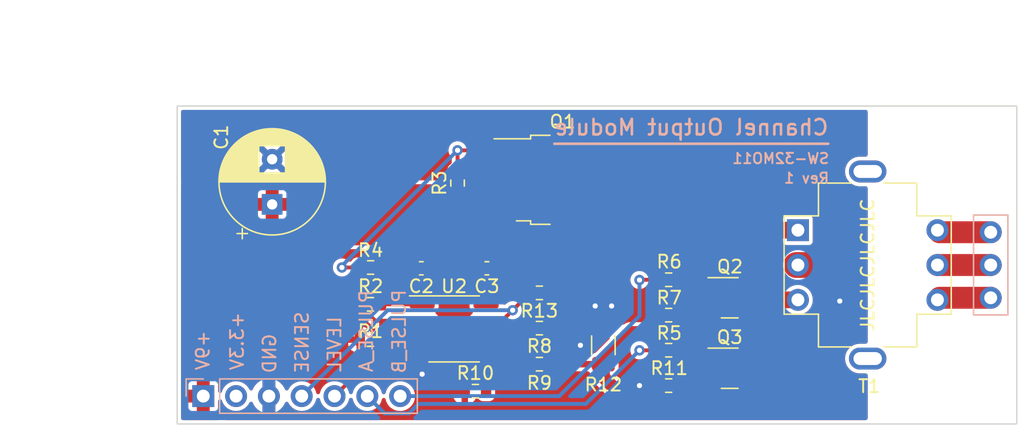
<source format=kicad_pcb>
(kicad_pcb (version 20211014) (generator pcbnew)
  (layers (0 "F.Cu" signal) (31 "B.Cu" signal) (34 "B.Paste" user) (35 "F.Paste" user) (36 "B.SilkS" user "B.Silkscreen") (37 "F.SilkS" user "F.Silkscreen") (38 "B.Mask" user) (39 "F.Mask" user) (44 "Edge.Cuts" user))
  (net 0 "")
  (net 1 "+9V")
  (net 2 "GND")
  (net 3 "Net-(Q1-Pad1)")
  (net 4 "Net-(Q2-Pad3)")
  (net 5 "Net-(Q3-Pad3)")
  (net 6 "Net-(R2-Pad1)")
  (net 7 "/I_SENSE")
  (net 8 "/I_LIMIT")
  (net 9 "/PULSE_A")
  (net 10 "/PULSE_B")
  (net 11 "Net-(R1-Pad1)")
  (net 12 "Net-(R13-Pad1)")
  (net 13 "Net-(R10-Pad1)")
  (net 14 "/OUTB")
  (net 15 "/OUTM")
  (net 16 "/OUTA")
  (net 17 "/V_SHUNT_N")
  (net 18 "Net-(Q2-Pad1)")
  (net 19 "/V_SHUNT_P")
  (net 20 "Net-(Q3-Pad1)")
  (net 22 "/PULSE_SRC")
  (footprint "Package_TO_SOT_SMD:SOT-23" (layer "F.Cu") (at 129.654 83.82)
    (fp_text reference "Q2" (at 0.013 -2.413 180) (layer "F.SilkS"))
    (fp_text value "DMG3404L-7")
    (fp_line (start 0 1.56) (end 0.65 1.56) (layer "F.SilkS") (width 0.12))
    (fp_line (start 0 -1.56) (end 0.65 -1.56) (layer "F.SilkS") (width 0.12))
    (fp_line (start 0 -1.56) (end -1.675 -1.56) (layer "F.SilkS") (width 0.12))
    (fp_line (start 0 1.56) (end -0.65 1.56) (layer "F.SilkS") (width 0.12))
    (pad "1" smd roundrect locked (at -0.9375 -0.95) (size 1.475 0.6) (layers "F.Cu" "F.Paste" "F.Mask") (net 18 "Net-(Q2-Pad1)"))
    (pad "2" smd roundrect locked (at -0.9375 0.95) (size 1.475 0.6) (layers "F.Cu" "F.Paste" "F.Mask") (net 19 "/V_SHUNT_P"))
    (pad "3" smd roundrect locked (at 0.9375 0) (size 1.475 0.6) (layers "F.Cu" "F.Paste" "F.Mask") (net 4 "Net-(Q2-Pad3)"))
  )
  (footprint "Resistor_SMD:R_0603_1608Metric" (layer "F.Cu") (at 124.92993 90.625314 180)
    (fp_text reference "R11" (at -0.03864 1.344314) (layer "F.SilkS"))
    (fp_text value "10K")
    (fp_line (start -0.237258 -0.5225) (end 0.237258 -0.5225) (layer "F.SilkS") (width 0.12))
    (fp_line (start -0.237258 0.5225) (end 0.237258 0.5225) (layer "F.SilkS") (width 0.12))
    (pad "1" smd roundrect locked (at -0.825 0 180) (size 0.8 0.95) (layers "F.Cu" "F.Paste" "F.Mask") (net 20 "Net-(Q3-Pad1)"))
    (pad "2" smd roundrect locked (at 0.825 0 180) (size 0.8 0.95) (layers "F.Cu" "F.Paste" "F.Mask") (net 2 "GND"))
  )
  (footprint "Capacitor_SMD:C_0603_1608Metric" (layer "F.Cu") (at 105.778 81.534 180)
    (fp_text reference "C2" (at 0 -1.397 180) (layer "F.SilkS"))
    (fp_text value "0.1uF")
    (fp_line (start -0.14058 0.51) (end 0.14058 0.51) (layer "F.SilkS") (width 0.12))
    (fp_line (start -0.14058 -0.51) (end 0.14058 -0.51) (layer "F.SilkS") (width 0.12))
    (pad "1" smd roundrect locked (at -0.775 0 180) (size 0.9 0.95) (layers "F.Cu" "F.Paste" "F.Mask") (net 1 "+9V"))
    (pad "2" smd roundrect locked (at 0.775 0 180) (size 0.9 0.95) (layers "F.Cu" "F.Paste" "F.Mask") (net 2 "GND"))
  )
  (footprint "NetTie:NetTie-2_SMD_Pad0.5mm" (layer "F.Cu") (at 117.589 86.1715)
    (fp_text reference "NT1" hide)
    (fp_text value "NetTie_2" hide)
    (fp_poly (pts (xy -0.5 -0.25) (xy 0.5 -0.25) (xy 0.5 0.25) (xy -0.5 0.25)) (layer "F.Cu") (width 0) (fill solid))
    (pad "1" smd circle locked (at -0.5 0) (size 0.5 0.5) (layers "F.Cu") (net 17 "/V_SHUNT_N"))
    (pad "2" smd circle locked (at 0.5 0) (size 0.5 0.5) (layers "F.Cu") (net 2 "GND"))
  )
  (footprint "Resistor_SMD:R_0603_1608Metric" (layer "F.Cu") (at 101.841 87.0605 180)
    (fp_text reference "R1" (at 0 0.642075 180) (layer "F.SilkS"))
    (fp_text value "10k")
    (fp_line (start -0.237258 -0.5225) (end 0.237258 -0.5225) (layer "F.SilkS") (width 0.12))
    (fp_line (start -0.237258 0.5225) (end 0.237258 0.5225) (layer "F.SilkS") (width 0.12))
    (pad "1" smd roundrect locked (at -0.825 0 180) (size 0.8 0.95) (layers "F.Cu" "F.Paste" "F.Mask") (net 11 "Net-(R1-Pad1)"))
    (pad "2" smd roundrect locked (at 0.825 0 180) (size 0.8 0.95) (layers "F.Cu" "F.Paste" "F.Mask") (net 2 "GND"))
  )
  (footprint "Capacitor_THT:CP_Radial_D8.0mm_P3.50mm" (layer "F.Cu") (at 94.234 76.582651 90)
    (fp_text reference "C1" (at 5.207 -3.937 90) (layer "F.SilkS"))
    (fp_text value "470uF")
    (fp_line (start 2.591 -3.994) (end 2.591 -1.04) (layer "F.SilkS") (width 0.12))
    (fp_line (start 3.191 -3.821) (end 3.191 -1.04) (layer "F.SilkS") (width 0.12))
    (fp_line (start 5.471 -1.731) (end 5.471 1.731) (layer "F.SilkS") (width 0.12))
    (fp_line (start 4.591 -2.945) (end 4.591 2.945) (layer "F.SilkS") (width 0.12))
    (fp_line (start 2.791 1.04) (end 2.791 3.947) (layer "F.SilkS") (width 0.12))
    (fp_line (start 4.351 -3.156) (end 4.351 -1.04) (layer "F.SilkS") (width 0.12))
    (fp_line (start 2.27 -4.048) (end 2.27 4.048) (layer "F.SilkS") (width 0.12))
    (fp_line (start 4.231 -3.25) (end 4.231 -1.04) (layer "F.SilkS") (width 0.12))
    (fp_line (start 4.511 1.04) (end 4.511 3.019) (layer "F.SilkS") (width 0.12))
    (fp_line (start 3.991 1.04) (end 3.991 3.418) (layer "F.SilkS") (width 0.12))
    (fp_line (start 4.631 -2.907) (end 4.631 2.907) (layer "F.SilkS") (width 0.12))
    (fp_line (start 2.15 -4.061) (end 2.15 4.061) (layer "F.SilkS") (width 0.12))
    (fp_line (start 3.871 1.04) (end 3.871 3.493) (layer "F.SilkS") (width 0.12))
    (fp_line (start 3.351 1.04) (end 3.351 3.757) (layer "F.SilkS") (width 0.12))
    (fp_line (start 5.551 -1.552) (end 5.551 1.552) (layer "F.SilkS") (width 0.12))
    (fp_line (start 5.231 -2.166) (end 5.231 2.166) (layer "F.SilkS") (width 0.12))
    (fp_line (start 3.391 -3.74) (end 3.391 -1.04) (layer "F.SilkS") (width 0.12))
    (fp_line (start 4.071 1.04) (end 4.071 3.365) (layer "F.SilkS") (width 0.12))
    (fp_line (start 5.631 -1.346) (end 5.631 1.346) (layer "F.SilkS") (width 0.12))
    (fp_line (start 3.711 -3.584) (end 3.711 -1.04) (layer "F.SilkS") (width 0.12))
    (fp_line (start 4.191 1.04) (end 4.191 3.28) (layer "F.SilkS") (width 0.12))
    (fp_line (start 4.831 -2.697) (end 4.831 2.697) (layer "F.SilkS") (width 0.12))
    (fp_line (start 4.311 -3.189) (end 4.311 -1.04) (layer "F.SilkS") (width 0.12))
    (fp_line (start 3.191 1.04) (end 3.191 3.821) (layer "F.SilkS") (width 0.12))
    (fp_line (start 5.271 -2.102) (end 5.271 2.102) (layer "F.SilkS") (width 0.12))
    (fp_line (start 2.19 -4.057) (end 2.19 4.057) (layer "F.SilkS") (width 0.12))
    (fp_line (start 4.511 -3.019) (end 4.511 -1.04) (layer "F.SilkS") (width 0.12))
    (fp_line (start 4.111 -3.338) (end 4.111 -1.04) (layer "F.SilkS") (width 0.12))
    (fp_line (start 3.791 -3.54) (end 3.791 -1.04) (layer "F.SilkS") (width 0.12))
    (fp_line (start 4.671 -2.867) (end 4.671 2.867) (layer "F.SilkS") (width 0.12))
    (fp_line (start 2.551 1.04) (end 2.551 4.002) (layer "F.SilkS") (width 0.12))
    (fp_line (start 3.311 -3.774) (end 3.311 -1.04) (layer "F.SilkS") (width 0.12))
    (fp_line (start 4.471 -3.055) (end 4.471 -1.04) (layer "F.SilkS") (width 0.12))
    (fp_line (start 3.831 -3.517) (end 3.831 -1.04) (layer "F.SilkS") (width 0.12))
    (fp_line (start 4.471 1.04) (end 4.471 3.055) (layer "F.SilkS") (width 0.12))
    (fp_line (start 3.271 -3.79) (end 3.271 -1.04) (layer "F.SilkS") (width 0.12))
    (fp_line (start 5.791 -0.768) (end 5.791 0.768) (layer "F.SilkS") (width 0.12))
    (fp_line (start 3.671 -3.606) (end 3.671 -1.04) (layer "F.SilkS") (width 0.12))
    (fp_line (start 2.791 -3.947) (end 2.791 -1.04) (layer "F.SilkS") (width 0.12))
    (fp_line (start 3.031 1.04) (end 3.031 3.877) (layer "F.SilkS") (width 0.12))
    (fp_line (start 5.391 -1.89) (end 5.391 1.89) (layer "F.SilkS") (width 0.12))
    (fp_line (start 1.91 -4.077) (end 1.91 4.077) (layer "F.SilkS") (width 0.12))
    (fp_line (start 3.551 -3.666) (end 3.551 -1.04) (layer "F.SilkS") (width 0.12))
    (fp_line (start 4.231 1.04) (end 4.231 3.25) (layer "F.SilkS") (width 0.12))
    (fp_line (start 3.271 1.04) (end 3.271 3.79) (layer "F.SilkS") (width 0.12))
    (fp_line (start 2.03 -4.071) (end 2.03 4.071) (layer "F.SilkS") (width 0.12))
    (fp_line (start 3.791 1.04) (end 3.791 3.54) (layer "F.SilkS") (width 0.12))
    (fp_line (start 3.471 1.04) (end 3.471 3.704) (layer "F.SilkS") (width 0.12))
    (fp_line (start 4.431 1.04) (end 4.431 3.09) (layer "F.SilkS") (width 0.12))
    (fp_line (start 3.511 -3.686) (end 3.511 -1.04) (layer "F.SilkS") (width 0.12))
    (fp_line (start 1.75 -4.08) (end 1.75 4.08) (layer "F.SilkS") (width 0.12))
    (fp_line (start 3.911 -3.469) (end 3.911 -1.04) (layer "F.SilkS") (width 0.12))
    (fp_line (start 2.551 -4.002) (end 2.551 -1.04) (layer "F.SilkS") (width 0.12))
    (fp_line (start 5.151 -2.287) (end 5.151 2.287) (layer "F.SilkS") (width 0.12))
    (fp_line (start 5.751 -0.948) (end 5.751 0.948) (layer "F.SilkS") (width 0.12))
    (fp_line (start 3.071 -3.863) (end 3.071 -1.04) (layer "F.SilkS") (width 0.12))
    (fp_line (start 2.11 -4.065) (end 2.11 4.065) (layer "F.SilkS") (width 0.12))
    (fp_line (start 2.991 1.04) (end 2.991 3.889) (layer "F.SilkS") (width 0.12))
    (fp_line (start 3.391 1.04) (end 3.391 3.74) (layer "F.SilkS") (width 0.12))
    (fp_line (start 4.991 -2.505) (end 4.991 2.505) (layer "F.SilkS") (width 0.12))
    (fp_line (start 3.951 1.04) (end 3.951 3.444) (layer "F.SilkS") (width 0.12))
    (fp_line (start 4.031 -3.392) (end 4.031 -1.04) (layer "F.SilkS") (width 0.12))
    (fp_line (start 3.111 1.04) (end 3.111 3.85) (layer "F.SilkS") (width 0.12))
    (fp_line (start 5.591 -1.453) (end 5.591 1.453) (layer "F.SilkS") (width 0.12))
    (fp_line (start 3.231 -3.805) (end 3.231 -1.04) (layer "F.SilkS") (width 0.12))
    (fp_line (start 5.311 -2.034) (end 5.311 2.034) (layer "F.SilkS") (width 0.12))
    (fp_line (start 3.431 1.04) (end 3.431 3.722) (layer "F.SilkS") (width 0.12))
    (fp_line (start 1.79 -4.08) (end 1.79 4.08) (layer "F.SilkS") (width 0.12))
    (fp_line (start 4.391 1.04) (end 4.391 3.124) (layer "F.SilkS") (width 0.12))
    (fp_line (start 3.711 1.04) (end 3.711 3.584) (layer "F.SilkS") (width 0.12))
    (fp_line (start 3.591 -3.647) (end 3.591 -1.04) (layer "F.SilkS") (width 0.12))
    (fp_line (start 5.351 -1.964) (end 5.351 1.964) (layer "F.SilkS") (width 0.12))
    (fp_line (start 2.23 -4.052) (end 2.23 4.052) (layer "F.SilkS") (width 0.12))
    (fp_line (start 2.671 1.04) (end 2.671 3.976) (layer "F.SilkS") (width 0.12))
    (fp_line (start 3.751 -3.562) (end 3.751 -1.04) (layer "F.SilkS") (width 0.12))
    (fp_line (start 5.431 -1.813) (end 5.431 1.813) (layer "F.SilkS") (width 0.12))
    (fp_line (start 2.35 -4.037) (end 2.35 4.037) (layer "F.SilkS") (width 0.12))
    (fp_line (start 2.511 -4.01) (end 2.511 -1.04) (layer "F.SilkS") (width 0.12))
    (fp_line (start 5.711 -1.098) (end 5.711 1.098) (layer "F.SilkS") (width 0.12))
    (fp_line (start 1.87 -4.079) (end 1.87 4.079) (layer "F.SilkS") (width 0.12))
    (fp_line (start 2.511 1.04) (end 2.511 4.01) (layer "F.SilkS") (width 0.12))
    (fp_line (start 5.111 -2.345) (end 5.111 2.345) (layer "F.SilkS") (width 0.12))
    (fp_line (start 3.071 1.04) (end 3.071 3.863) (layer "F.SilkS") (width 0.12))
    (fp_line (start 3.351 -3.757) (end 3.351 -1.04) (layer "F.SilkS") (width 0.12))
    (fp_line (start 2.471 -4.017) (end 2.471 -1.04) (layer "F.SilkS") (width 0.12))
    (fp_line (start 2.871 1.04) (end 2.871 3.925) (layer "F.SilkS") (width 0.12))
    (fp_line (start 3.471 -3.704) (end 3.471 -1.04) (layer "F.SilkS") (width 0.12))
    (fp_line (start 3.431 -3.722) (end 3.431 -1.04) (layer "F.SilkS") (width 0.12))
    (fp_line (start 4.191 -3.28) (end 4.191 -1.04) (layer "F.SilkS") (width 0.12))
    (fp_line (start 2.951 -3.902) (end 2.951 -1.04) (layer "F.SilkS") (width 0.12))
    (fp_line (start 3.311 1.04) (end 3.311 3.774) (layer "F.SilkS") (width 0.12))
    (fp_line (start 3.151 1.04) (end 3.151 3.835) (layer "F.SilkS") (width 0.12))
    (fp_line (start 5.511 -1.645) (end 5.511 1.645) (layer "F.SilkS") (width 0.12))
    (fp_line (start 3.031 -3.877) (end 3.031 -1.04) (layer "F.SilkS") (width 0.12))
    (fp_line (start 1.95 -4.076) (end 1.95 4.076) (layer "F.SilkS") (width 0.12))
    (fp_line (start 2.711 -3.967) (end 2.711 -1.04) (layer "F.SilkS") (width 0.12))
    (fp_line (start 5.671 -1.229) (end 5.671 1.229) (layer "F.SilkS") (width 0.12))
    (fp_line (start 2.631 1.04) (end 2.631 3.985) (layer "F.SilkS") (width 0.12))
    (fp_line (start 3.231 1.04) (end 3.231 3.805) (layer "F.SilkS") (width 0.12))
    (fp_line (start 3.551 1.04) (end 3.551 3.666) (layer "F.SilkS") (width 0.12))
    (fp_line (start 2.911 -3.914) (end 2.911 -1.04) (layer "F.SilkS") (width 0.12))
    (fp_line (start 3.511 1.04) (end 3.511 3.686) (layer "F.SilkS") (width 0.12))
    (fp_line (start 3.591 1.04) (end 3.591 3.647) (layer "F.SilkS") (width 0.12))
    (fp_line (start 5.831 -0.533) (end 5.831 0.533) (layer "F.SilkS") (width 0.12))
    (fp_line (start 2.43 -4.024) (end 2.43 4.024) (layer "F.SilkS") (width 0.12))
    (fp_line (start 3.631 -3.627) (end 3.631 -1.04) (layer "F.SilkS") (width 0.12))
    (fp_line (start 4.271 -3.22) (end 4.271 -1.04) (layer "F.SilkS") (width 0.12))
    (fp_line (start 4.951 -2.556) (end 4.951 2.556) (layer "F.SilkS") (width 0.12))
    (fp_line (start 4.271 1.04) (end 4.271 3.22) (layer "F.SilkS") (width 0.12))
    (fp_line (start 2.751 -3.957) (end 2.751 -1.04) (layer "F.SilkS") (width 0.12))
    (fp_line (start 1.83 -4.08) (end 1.83 4.08) (layer "F.SilkS") (width 0.12))
    (fp_line (start 3.631 1.04) (end 3.631 3.627) (layer "F.SilkS") (width 0.12))
    (fp_line (start 2.911 1.04) (end 2.911 3.914) (layer "F.SilkS") (width 0.12))
    (fp_line (start 1.99 -4.074) (end 1.99 4.074) (layer "F.SilkS") (width 0.12))
    (fp_line (start 4.351 1.04) (end 4.351 3.156) (layer "F.SilkS") (width 0.12))
    (fp_line (start 2.671 -3.976) (end 2.671 -1.04) (layer "F.SilkS") (width 0.12))
    (fp_line (start 4.871 -2.651) (end 4.871 2.651) (layer "F.SilkS") (width 0.12))
    (fp_line (start 2.991 -3.889) (end 2.991 -1.04) (layer "F.SilkS") (width 0.12))
    (fp_line (start 2.631 -3.985) (end 2.631 -1.04) (layer "F.SilkS") (width 0.12))
    (fp_line (start 2.471 1.04) (end 2.471 4.017) (layer "F.SilkS") (width 0.12))
    (fp_line (start 4.791 -2.741) (end 4.791 2.741) (layer "F.SilkS") (width 0.12))
    (fp_line (start 3.871 -3.493) (end 3.871 -1.04) (layer "F.SilkS") (width 0.12))
    (fp_line (start 3.951 -3.444) (end 3.951 -1.04) (layer "F.SilkS") (width 0.12))
    (fp_line (start 5.071 -2.4) (end 5.071 2.4) (layer "F.SilkS") (width 0.12))
    (fp_line (start 5.191 -2.228) (end 5.191 2.228) (layer "F.SilkS") (width 0.12))
    (fp_line (start -2.659698 -2.315) (end -1.859698 -2.315) (layer "F.SilkS") (width 0.12))
    (fp_line (start 4.711 -2.826) (end 4.711 2.826) (layer "F.SilkS") (width 0.12))
    (fp_line (start 4.911 -2.604) (end 4.911 2.604) (layer "F.SilkS") (width 0.12))
    (fp_line (start 2.831 1.04) (end 2.831 3.936) (layer "F.SilkS") (width 0.12))
    (fp_line (start 4.431 -3.09) (end 4.431 -1.04) (layer "F.SilkS") (width 0.12))
    (fp_line (start 3.991 -3.418) (end 3.991 -1.04) (layer "F.SilkS") (width 0.12))
    (fp_line (start 2.951 1.04) (end 2.951 3.902) (layer "F.SilkS") (width 0.12))
    (fp_line (start 3.111 -3.85) (end 3.111 -1.04) (layer "F.SilkS") (width 0.12))
    (fp_line (start 2.871 -3.925) (end 2.871 -1.04) (layer "F.SilkS") (width 0.12))
    (fp_line (start 4.151 1.04) (end 4.151 3.309) (layer "F.SilkS") (width 0.12))
    (fp_line (start 4.391 -3.124) (end 4.391 -1.04) (layer "F.SilkS") (width 0.12))
    (fp_line (start 2.751 1.04) (end 2.751 3.957) (layer "F.SilkS") (width 0.12))
    (fp_line (start 2.07 -4.068) (end 2.07 4.068) (layer "F.SilkS") (width 0.12))
    (fp_line (start 2.591 1.04) (end 2.591 3.994) (layer "F.SilkS") (width 0.12))
    (fp_line (start 2.31 -4.042) (end 2.31 4.042) (layer "F.SilkS") (width 0.12))
    (fp_line (start 2.831 -3.936) (end 2.831 -1.04) (layer "F.SilkS") (width 0.12))
    (fp_line (start 3.671 1.04) (end 3.671 3.606) (layer "F.SilkS") (width 0.12))
    (fp_line (start 4.031 1.04) (end 4.031 3.392) (layer "F.SilkS") (width 0.12))
    (fp_line (start 3.911 1.04) (end 3.911 3.469) (layer "F.SilkS") (width 0.12))
    (fp_line (start 3.751 1.04) (end 3.751 3.562) (layer "F.SilkS") (width 0.12))
    (fp_line (start 4.751 -2.784) (end 4.751 2.784) (layer "F.SilkS") (width 0.12))
    (fp_line (start 4.111 1.04) (end 4.111 3.338) (layer "F.SilkS") (width 0.12))
    (fp_line (start 4.071 -3.365) (end 4.071 -1.04) (layer "F.SilkS") (width 0.12))
    (fp_line (start 4.311 1.04) (end 4.311 3.189) (layer "F.SilkS") (width 0.12))
    (fp_line (start 2.711 1.04) (end 2.711 3.967) (layer "F.SilkS") (width 0.12))
    (fp_line (start 4.551 -2.983) (end 4.551 2.983) (layer "F.SilkS") (width 0.12))
    (fp_line (start 4.151 -3.309) (end 4.151 -1.04) (layer "F.SilkS") (width 0.12))
    (fp_line (start 5.031 -2.454) (end 5.031 2.454) (layer "F.SilkS") (width 0.12))
    (fp_line (start 3.831 1.04) (end 3.831 3.517) (layer "F.SilkS") (width 0.12))
    (fp_line (start -2.259698 -2.715) (end -2.259698 -1.915) (layer "F.SilkS") (width 0.12))
    (fp_line (start 2.39 -4.03) (end 2.39 4.03) (layer "F.SilkS") (width 0.12))
    (fp_line (start 3.151 -3.835) (end 3.151 -1.04) (layer "F.SilkS") (width 0.12))
    (fp_circle (center 1.75 0) (end 5.87 0) (layer "F.SilkS") (width 0.12) (fill none))
    (pad "1" thru_hole rect locked (at 0 0 90) (size 1.6 1.6) (drill 0.8) (layers *.Cu *.Mask) (net 1 "+9V"))
    (pad "2" thru_hole circle locked (at 3.5 0 90) (size 1.6 1.6) (drill 0.8) (layers *.Cu *.Mask) (net 2 "GND"))
  )
  (footprint "Resistor_SMD:R_0603_1608Metric" (layer "F.Cu") (at 101.854 81.4725 180)
    (fp_text reference "R4" (at 0 1.3355) (layer "F.SilkS"))
    (fp_text value "1K")
    (fp_line (start -0.237258 -0.5225) (end 0.237258 -0.5225) (layer "F.SilkS") (width 0.12))
    (fp_line (start -0.237258 0.5225) (end 0.237258 0.5225) (layer "F.SilkS") (width 0.12))
    (pad "1" smd roundrect locked (at -0.825 0 180) (size 0.8 0.95) (layers "F.Cu" "F.Paste" "F.Mask") (net 6 "Net-(R2-Pad1)"))
    (pad "2" smd roundrect locked (at 0.825 0 180) (size 0.8 0.95) (layers "F.Cu" "F.Paste" "F.Mask") (net 3 "Net-(Q1-Pad1)"))
  )
  (footprint "Resistor_SMD:R_0603_1608Metric" (layer "F.Cu") (at 108.585 74.93 -90)
    (fp_text reference "R3" (at 0 1.397 90) (layer "F.SilkS"))
    (fp_text value "3K")
    (fp_line (start -0.237258 -0.5225) (end 0.237258 -0.5225) (layer "F.SilkS") (width 0.12))
    (fp_line (start -0.237258 0.5225) (end 0.237258 0.5225) (layer "F.SilkS") (width 0.12))
    (pad "1" smd roundrect locked (at -0.825 0 270) (size 0.8 0.95) (layers "F.Cu" "F.Paste" "F.Mask") (net 3 "Net-(Q1-Pad1)"))
    (pad "2" smd roundrect locked (at 0.825 0 270) (size 0.8 0.95) (layers "F.Cu" "F.Paste" "F.Mask") (net 1 "+9V"))
  )
  (footprint "Resistor_SMD:R_1206_3216Metric" (layer "F.Cu") (at 119.875 87.503 90)
    (fp_text reference "R12" (at -3.048 0 180) (layer "F.SilkS"))
    (fp_text value "0.1")
    (fp_line (start -0.727064 -0.91) (end 0.727064 -0.91) (layer "F.SilkS") (width 0.12))
    (fp_line (start -0.727064 0.91) (end 0.727064 0.91) (layer "F.SilkS") (width 0.12))
    (pad "1" smd roundrect locked (at -1.4625 0 90) (size 1.125 1.75) (layers "F.Cu" "F.Paste" "F.Mask") (roundrect_rratio 0.2222222222) (net 19 "/V_SHUNT_P"))
    (pad "2" smd roundrect locked (at 1.4625 0 90) (size 1.125 1.75) (layers "F.Cu" "F.Paste" "F.Mask") (roundrect_rratio 0.2222222222) (net 2 "GND"))
  )
  (footprint "Package_SO:SOIC-8_3.9x4.9mm_P1.27mm" (layer "F.Cu") (at 108.318 86.233)
    (fp_text reference "U2" (at 0 -3.302) (layer "F.SilkS"))
    (fp_text value "LM358ADT/TLV272IS-13")
    (fp_line (start 0 2.56) (end 1.95 2.56) (layer "F.SilkS") (width 0.12))
    (fp_line (start 0 2.56) (end -1.95 2.56) (layer "F.SilkS") (width 0.12))
    (fp_line (start 0 -2.56) (end -3.45 -2.56) (layer "F.SilkS") (width 0.12))
    (fp_line (start 0 -2.56) (end 1.95 -2.56) (layer "F.SilkS") (width 0.12))
    (pad "1" smd roundrect locked (at -2.475 -1.905) (size 1.95 0.6) (layers "F.Cu" "F.Paste" "F.Mask") (net 6 "Net-(R2-Pad1)"))
    (pad "2" smd roundrect locked (at -2.475 -0.635) (size 1.95 0.6) (layers "F.Cu" "F.Paste" "F.Mask") (net 11 "Net-(R1-Pad1)"))
    (pad "3" smd roundrect locked (at -2.475 0.635) (size 1.95 0.6) (layers "F.Cu" "F.Paste" "F.Mask") (net 8 "/I_LIMIT"))
    (pad "4" smd roundrect locked (at -2.475 1.905) (size 1.95 0.6) (layers "F.Cu" "F.Paste" "F.Mask") (net 2 "GND"))
    (pad "5" smd roundrect locked (at 2.475 1.905) (size 1.95 0.6) (layers "F.Cu" "F.Paste" "F.Mask") (net 13 "Net-(R10-Pad1)"))
    (pad "6" smd roundrect locked (at 2.475 0.635) (size 1.95 0.6) (layers "F.Cu" "F.Paste" "F.Mask") (net 12 "Net-(R13-Pad1)"))
    (pad "7" smd roundrect locked (at 2.475 -0.635) (size 1.95 0.6) (layers "F.Cu" "F.Paste" "F.Mask") (net 7 "/I_SENSE"))
    (pad "8" smd roundrect locked (at 2.475 -1.905) (size 1.95 0.6) (layers "F.Cu" "F.Paste" "F.Mask") (net 1 "+9V"))
  )
  (footprint "Resistor_SMD:R_0603_1608Metric" (layer "F.Cu") (at 101.841 84.328 180)
    (fp_text reference "R2" (at -0.013 1.397) (layer "F.SilkS"))
    (fp_text value "10K")
    (fp_line (start -0.237258 -0.5225) (end 0.237258 -0.5225) (layer "F.SilkS") (width 0.12))
    (fp_line (start -0.237258 0.5225) (end 0.237258 0.5225) (layer "F.SilkS") (width 0.12))
    (pad "1" smd roundrect locked (at -0.825 0 180) (size 0.8 0.95) (layers "F.Cu" "F.Paste" "F.Mask") (net 6 "Net-(R2-Pad1)"))
    (pad "2" smd roundrect locked (at 0.825 0 180) (size 0.8 0.95) (layers "F.Cu" "F.Paste" "F.Mask") (net 11 "Net-(R1-Pad1)"))
  )
  (footprint "Resistor_SMD:R_0603_1608Metric" (layer "F.Cu") (at 114.922 88.9655 180)
    (fp_text reference "R9" (at 0 -1.4585) (layer "F.SilkS"))
    (fp_text value "10k")
    (fp_line (start -0.237258 0.5225) (end 0.237258 0.5225) (layer "F.SilkS") (width 0.12))
    (fp_line (start -0.237258 -0.5225) (end 0.237258 -0.5225) (layer "F.SilkS") (width 0.12))
    (pad "1" smd roundrect locked (at -0.825 0 180) (size 0.8 0.95) (layers "F.Cu" "F.Paste" "F.Mask") (net 19 "/V_SHUNT_P"))
    (pad "2" smd roundrect locked (at 0.825 0 180) (size 0.8 0.95) (layers "F.Cu" "F.Paste" "F.Mask") (net 13 "Net-(R10-Pad1)"))
  )
  (footprint "SaawLib:SW-32MO_Header" (layer "F.Cu") (at 119.38 81.28)
    (fp_text reference "U1" hide)
    (fp_text value "SW-32MO")
    (fp_text user "PULSE_A" (at -17.865934 5.118174 90 unlocked) (layer "B.SilkS") (effects (justify mirror)))
    (fp_text user "GND" (at -25.348508 6.858 90 unlocked) (layer "B.SilkS") (effects (justify mirror)))
    (fp_text user "PULSE_B" (at -15.317238 5.152616 90 unlocked) (layer "B.SilkS") (effects (justify mirror)))
    (fp_text user "LEVEL" (at -20.320001 6.141983 90 unlocked) (layer "B.SilkS") (effects (justify mirror)))
    (fp_text user "+9V" (at -30.514784 6.616907 90 unlocked) (layer "B.SilkS") (effects (justify mirror)))
    (fp_text user "SENSE" (at -22.834255 6.000857 90 unlocked) (layer "B.SilkS") (effects (justify mirror)))
    (fp_text user "+3.3V" (at -27.862762 5.902621 90 unlocked) (layer "B.SilkS") (effects (justify mirror)))
    (fp_line (start 29.15 -3.87) (end 29.15 3.87) (layer "B.SilkS") (width 0.12))
    (fp_line (start -29.21 8.83) (end -13.91 8.83) (layer "B.SilkS") (width 0.12))
    (fp_line (start -31.81 10.16) (end -31.81 8.83) (layer "B.SilkS") (width 0.12))
    (fp_line (start -29.21 11.49) (end -13.91 11.49) (layer "B.SilkS") (width 0.12))
    (fp_line (start 31.81 -3.87) (end 31.81 3.87) (layer "B.SilkS") (width 0.12))
    (fp_line (start 29.15 3.87) (end 31.81 3.87) (layer "B.SilkS") (width 0.12))
    (fp_line (start -13.91 11.49) (end -13.91 8.83) (layer "B.SilkS") (width 0.12))
    (fp_line (start 29.15 -3.87) (end 31.81 -3.87) (layer "B.SilkS") (width 0.12))
    (fp_line (start -31.81 8.83) (end -30.48 8.83) (layer "B.SilkS") (width 0.12))
    (fp_line (start -29.21 11.49) (end -29.21 8.83) (layer "B.SilkS") (width 0.12))
    (pad "1" thru_hole rect locked (at -30.48 10.16 90) (size 1.7 1.7) (drill 1) (layers *.Cu *.Mask) (net 1 "+9V"))
    (pad "2" thru_hole oval locked (at -27.94 10.16 90) (size 1.7 1.7) (drill 1) (layers *.Cu *.Mask))
    (pad "3" thru_hole oval locked (at -25.4 10.16 90) (size 1.7 1.7) (drill 1) (layers *.Cu *.Mask) (net 2 "GND"))
    (pad "4" thru_hole oval locked (at -22.86 10.16 90) (size 1.7 1.7) (drill 1) (layers *.Cu *.Mask) (net 7 "/I_SENSE"))
    (pad "5" thru_hole oval locked (at -20.32 10.16 90) (size 1.7 1.7) (drill 1) (layers *.Cu *.Mask) (net 8 "/I_LIMIT"))
    (pad "6" thru_hole oval locked (at -17.78 10.16 90) (size 1.7 1.7) (drill 1) (layers *.Cu *.Mask) (net 9 "/PULSE_A"))
    (pad "7" thru_hole oval locked (at -15.24 10.16 90) (size 1.7 1.7) (drill 1) (layers *.Cu *.Mask) (net 10 "/PULSE_B"))
    (pad "8" thru_hole circle locked (at 30.48 -2.54) (size 1.7 1.7) (drill 1) (layers *.Cu *.Mask) (net 16 "/OUTA"))
    (pad "9" thru_hole oval locked (at 30.48 0) (size 1.7 1.7) (drill 1) (layers *.Cu *.Mask) (net 15 "/OUTM"))
    (pad "10" thru_hole oval locked (at 30.48 2.54) (size 1.7 1.7) (drill 1) (layers *.Cu *.Mask) (net 14 "/OUTB"))
  )
  (footprint "Resistor_SMD:R_0603_1608Metric" (layer "F.Cu") (at 124.92993 87.884 180)
    (fp_text reference "R5" (at -0.03864 1.322686 180) (layer "F.SilkS"))
    (fp_text value "330")
    (fp_line (start -0.237258 0.5225) (end 0.237258 0.5225) (layer "F.SilkS") (width 0.12))
    (fp_line (start -0.237258 -0.5225) (end 0.237258 -0.5225) (layer "F.SilkS") (width 0.12))
    (pad "1" smd roundrect locked (at -0.825 0 180) (size 0.8 0.95) (layers "F.Cu" "F.Paste" "F.Mask") (net 20 "Net-(Q3-Pad1)"))
    (pad "2" smd roundrect locked (at 0.825 0 180) (size 0.8 0.95) (layers "F.Cu" "F.Paste" "F.Mask") (net 9 "/PULSE_A"))
  )
  (footprint "Resistor_SMD:R_0603_1608Metric" (layer "F.Cu") (at 124.92993 82.423 180)
    (fp_text reference "R6" (at -0.03864 1.397 180) (layer "F.SilkS"))
    (fp_text value "330")
    (fp_line (start -0.237258 0.5225) (end 0.237258 0.5225) (layer "F.SilkS") (width 0.12))
    (fp_line (start -0.237258 -0.5225) (end 0.237258 -0.5225) (layer "F.SilkS") (width 0.12))
    (pad "1" smd roundrect locked (at -0.825 0 180) (size 0.8 0.95) (layers "F.Cu" "F.Paste" "F.Mask") (net 18 "Net-(Q2-Pad1)"))
    (pad "2" smd roundrect locked (at 0.825 0 180) (size 0.8 0.95) (layers "F.Cu" "F.Paste" "F.Mask") (net 10 "/PULSE_B"))
  )
  (footprint "Resistor_SMD:R_0603_1608Metric" (layer "F.Cu") (at 114.922 86.1715 180)
    (fp_text reference "R8" (at 0 -1.397 180) (layer "F.SilkS"))
    (fp_text value "10k")
    (fp_line (start -0.237258 -0.5225) (end 0.237258 -0.5225) (layer "F.SilkS") (width 0.12))
    (fp_line (start -0.237258 0.5225) (end 0.237258 0.5225) (layer "F.SilkS") (width 0.12))
    (pad "1" smd roundrect locked (at -0.825 0 180) (size 0.8 0.95) (layers "F.Cu" "F.Paste" "F.Mask") (net 17 "/V_SHUNT_N"))
    (pad "2" smd roundrect locked (at 0.825 0 180) (size 0.8 0.95) (layers "F.Cu" "F.Paste" "F.Mask") (net 12 "Net-(R13-Pad1)"))
  )
  (footprint "Resistor_SMD:R_0603_1608Metric" (layer "F.Cu") (at 124.92993 85.164314 180)
    (fp_text reference "R7" (at -0.03864 1.344314 180) (layer "F.SilkS"))
    (fp_text value "10K")
    (fp_line (start -0.237258 -0.5225) (end 0.237258 -0.5225) (layer "F.SilkS") (width 0.12))
    (fp_line (start -0.237258 0.5225) (end 0.237258 0.5225) (layer "F.SilkS") (width 0.12))
    (pad "1" smd roundrect locked (at -0.825 0 180) (size 0.8 0.95) (layers "F.Cu" "F.Paste" "F.Mask") (net 18 "Net-(Q2-Pad1)"))
    (pad "2" smd roundrect locked (at 0.825 0 180) (size 0.8 0.95) (layers "F.Cu" "F.Paste" "F.Mask") (net 2 "GND"))
  )
  (footprint "Package_TO_SOT_SMD:SOT-23" (layer "F.Cu") (at 129.654 89.281)
    (fp_text reference "Q3" (at 0 -2.4) (layer "F.SilkS"))
    (fp_text value "DMG3404L-7")
    (fp_line (start 0 1.56) (end -0.65 1.56) (layer "F.SilkS") (width 0.12))
    (fp_line (start 0 1.56) (end 0.65 1.56) (layer "F.SilkS") (width 0.12))
    (fp_line (start 0 -1.56) (end -1.675 -1.56) (layer "F.SilkS") (width 0.12))
    (fp_line (start 0 -1.56) (end 0.65 -1.56) (layer "F.SilkS") (width 0.12))
    (pad "1" smd roundrect locked (at -0.9375 -0.95) (size 1.475 0.6) (layers "F.Cu" "F.Paste" "F.Mask") (net 20 "Net-(Q3-Pad1)"))
    (pad "2" smd roundrect locked (at -0.9375 0.95) (size 1.475 0.6) (layers "F.Cu" "F.Paste" "F.Mask") (net 19 "/V_SHUNT_P"))
    (pad "3" smd roundrect locked (at 0.9375 0) (size 1.475 0.6) (layers "F.Cu" "F.Paste" "F.Mask") (net 5 "Net-(Q3-Pad3)"))
  )
  (footprint "Capacitor_SMD:C_0603_1608Metric" (layer "F.Cu") (at 110.858 81.534)
    (fp_text reference "C3" (at 0 1.397) (layer "F.SilkS"))
    (fp_text value "1uF")
    (fp_line (start -0.14058 -0.51) (end 0.14058 -0.51) (layer "F.SilkS") (width 0.12))
    (fp_line (start -0.14058 0.51) (end 0.14058 0.51) (layer "F.SilkS") (width 0.12))
    (pad "1" smd roundrect locked (at -0.775 0) (size 0.9 0.95) (layers "F.Cu" "F.Paste" "F.Mask") (net 1 "+9V"))
    (pad "2" smd roundrect locked (at 0.775 0) (size 0.9 0.95) (layers "F.Cu" "F.Paste" "F.Mask") (net 2 "GND"))
  )
  (footprint "Package_TO_SOT_SMD:TO-252-3_TabPin2" (layer "F.Cu") (at 116.713 74.676)
    (fp_text reference "Q1" (at 0 -4.5) (layer "F.SilkS"))
    (fp_text value "IRFR9024NTRPBF")
    (fp_line (start -0.97 3.45) (end -2.47 3.45) (layer "F.SilkS") (width 0.12))
    (fp_line (start -0.97 -3.45) (end -2.47 -3.45) (layer "F.SilkS") (width 0.12))
    (fp_line (start -2.47 -3.18) (end -5.3 -3.18) (layer "F.SilkS") (width 0.12))
    (fp_line (start -2.47 3.45) (end -2.47 3.18) (layer "F.SilkS") (width 0.12))
    (fp_line (start -2.47 -3.45) (end -2.47 -3.18) (layer "F.SilkS") (width 0.12))
    (fp_line (start -2.47 3.18) (end -3.57 3.18) (layer "F.SilkS") (width 0.12))
    (pad "1" smd rect (at -4.2 -2.28) (size 2.2 1.2) (layers "F.Cu" "F.Paste" "F.Mask") (net 3 "Net-(Q1-Pad1)"))
    (pad "2" smd rect (at -4.2 0) (size 2.2 1.2) (layers "F.Cu" "F.Paste" "F.Mask") (net 22 "/PULSE_SRC"))
    (pad "2" smd rect (at 2.1 0) (size 6.4 5.8) (layers "F.Cu" "F.Mask") (net 22 "/PULSE_SRC"))
    (pad "3" smd rect (at -4.2 2.28) (size 2.2 1.2) (layers "F.Cu" "F.Paste" "F.Mask") (net 1 "+9V"))
  )
  (footprint "SaawLib:42TL" (layer "F.Cu") (at 140.335 81.28)
    (fp_text reference "T1" (at 0.127 9.398 unlocked) (layer "F.SilkS"))
    (fp_text value "42TL004-RC")
    (fp_line (start -6.47 -3.81) (end -6.47 3.81) (layer "F.SilkS") (width 0.12))
    (fp_line (start -3.81 6.35) (end -1.27 6.35) (layer "F.SilkS") (width 0.12))
    (fp_line (start -3.81 3.81) (end -3.81 6.35) (layer "F.SilkS") (width 0.12))
    (fp_line (start 6.47 3.81) (end 3.81 3.81) (layer "F.SilkS") (width 0.12))
    (fp_line (start 3.81 -6.35) (end 3.81 -3.81) (layer "F.SilkS") (width 0.12))
    (fp_line (start -3.81 -6.35) (end -1.27 -6.35) (layer "F.SilkS") (width 0.12))
    (fp_line (start 3.81 6.35) (end 1.27 6.35) (layer "F.SilkS") (width 0.12))
    (fp_line (start -3.81 -3.81) (end -3.81 -6.35) (layer "F.SilkS") (width 0.12))
    (fp_line (start -6.47 -3.81) (end -3.81 -3.81) (layer "F.SilkS") (width 0.12))
    (fp_line (start 1.27 -6.35) (end 3.81 -6.35) (layer "F.SilkS") (width 0.12))
    (fp_line (start 3.81 -3.81) (end 6.47 -3.81) (layer "F.SilkS") (width 0.12))
    (fp_line (start 3.81 3.81) (end 3.81 6.35) (layer "F.SilkS") (width 0.12))
    (fp_line (start 6.47 -3.81) (end 6.47 3.81) (layer "F.SilkS") (width 0.12))
    (fp_line (start -6.47 3.81) (end -3.81 3.81) (layer "F.SilkS") (width 0.12))
    (pad "" thru_hole oval locked (at 0 7.25) (size 2.9 1.7) (drill oval 2.2 1) (layers *.Cu *.Mask))
    (pad "" thru_hole oval locked (at 0 -7.25) (size 2.9 1.7) (drill oval 2.2 1) (layers *.Cu *.Mask))
    (pad "1" thru_hole rect locked (at -5.4 -2.7) (size 1.7 1.7) (drill 1) (layers *.Cu *.Mask) (net 4 "Net-(Q2-Pad3)"))
    (pad "2" thru_hole circle locked (at -5.4 0) (size 1.7 1.7) (drill 1) (layers *.Cu *.Mask) (net 22 "/PULSE_SRC"))
    (pad "3" thru_hole circle locked (at -5.4 2.7) (size 1.7 1.7) (drill 1) (layers *.Cu *.Mask) (net 5 "Net-(Q3-Pad3)"))
    (pad "4" thru_hole circle locked (at 5.4 2.7) (size 1.7 1.7) (drill 1) (layers *.Cu *.Mask) (net 14 "/OUTB"))
    (pad "5" thru_hole circle locked (at 5.4 0) (size 1.7 1.7) (drill 1) (layers *.Cu *.Mask) (net 15 "/OUTM"))
    (pad "6" thru_hole circle locked (at 5.4 -2.7) (size 1.7 1.7) (drill 1) (layers *.Cu *.Mask) (net 16 "/OUTA"))
  )
  (footprint "Resistor_SMD:R_0603_1608Metric" (layer "F.Cu") (at 114.922 83.439 180)
    (fp_text reference "R13" (at 0 -1.397 180) (layer "F.SilkS"))
    (fp_text value "100K")
    (fp_line (start -0.237258 -0.5225) (end 0.237258 -0.5225) (layer "F.SilkS") (width 0.12))
    (fp_line (start -0.237258 0.5225) (end 0.237258 0.5225) (layer "F.SilkS") (width 0.12))
    (pad "1" smd roundrect locked (at -0.825 0 180) (size 0.8 0.95) (layers "F.Cu" "F.Paste" "F.Mask") (net 12 "Net-(R13-Pad1)"))
    (pad "2" smd roundrect locked (at 0.825 0 180) (size 0.8 0.95) (layers "F.Cu" "F.Paste" "F.Mask") (net 7 "/I_SENSE"))
  )
  (footprint "Resistor_SMD:R_0603_1608Metric" (layer "F.Cu") (at 109.968 91.059 180)
    (fp_text reference "R10" (at 0 1.397 180) (layer "F.SilkS"))
    (fp_text value "100K")
    (fp_line (start -0.237258 0.5225) (end 0.237258 0.5225) (layer "F.SilkS") (width 0.12))
    (fp_line (start -0.237258 -0.5225) (end 0.237258 -0.5225) (layer "F.SilkS") (width 0.12))
    (pad "1" smd roundrect locked (at -0.825 0 180) (size 0.8 0.95) (layers "F.Cu" "F.Paste" "F.Mask") (net 13 "Net-(R10-Pad1)"))
    (pad "2" smd roundrect locked (at 0.825 0 180) (size 0.8 0.95) (layers "F.Cu" "F.Paste" "F.Mask") (net 2 "GND"))
  )
  (gr_line (start 116.078 71.882) (end 137.287 71.882) (layer "B.SilkS") (width 0.2))
  (gr_rect (start 86.88 68.958086) (end 151.88 93.599589) (layer "Edge.Cuts") (width 0.1) (fill none))
  (gr_text "Channel Output Module" (at 137.412334 70.612) (layer "B.SilkS") (effects (font (size 1.2 1.2) (thickness 0.2)) (justify left mirror)))
  (gr_text "SW-32MO11" (at 133.604 73.025) (layer "B.SilkS") (effects (font (size 0.8 0.8)) (justify mirror)))
  (gr_text "Rev 1" (at 135.604 74.549) (layer "B.SilkS") (effects (font (size 0.8 0.8)) (justify mirror)))
  (gr_text "JLCJLCJLCJLC" (at 140.335 81.28 90) (layer "F.SilkS") (effects (font (size 1 1))))
  (segment (start 110.793 84.328) (end 110.793 82.271034) (width 0.3) (layer "F.Cu") (net 1))
  (segment (start 110.083 81.561034) (end 110.083 81.534) (width 0.3) (layer "F.Cu") (net 1))
  (segment (start 110.793 82.271034) (end 110.083 81.561034) (width 0.3) (layer "F.Cu") (net 1))
  (segment (start 106.553 81.534) (end 110.083 81.534) (width 0.3) (layer "F.Cu") (net 1))
  (segment (start 106.553 79.680228) (end 106.553 81.534) (width 0.3) (layer "F.Cu") (net 1))
  (segment (start 118.089 86.1715) (end 119.744 86.1715) (width 0.5) (layer "F.Cu") (net 2))
  (via locked (at 120.51 84.455) (size 0.8) (drill 0.4) (layers "F.Cu" "B.Cu") (net 2))
  (via locked (at 122.669 90.625314) (size 0.8) (drill 0.4) (layers "F.Cu" "B.Cu") (net 2))
  (via locked (at 138.176 84.074) (size 0.8) (drill 0.4) (layers "F.Cu" "B.Cu") (net 2))
  (via locked (at 118.097 87.503) (size 0.8) (drill 0.4) (layers "F.Cu" "B.Cu") (net 2))
  (via locked (at 119.24 84.455) (size 0.8) (drill 0.4) (layers "F.Cu" "B.Cu") (net 2))
  (via locked (at 105.843 89.738) (size 0.8) (drill 0.4) (layers "F.Cu" "B.Cu") (net 2))
  (segment (start 108.585 72.390002) (end 108.584998 72.39) (width 0.3) (layer "F.Cu") (net 3))
  (segment (start 108.590998 72.396) (end 108.584998 72.39) (width 0.3) (layer "F.Cu") (net 3))
  (segment (start 112.513 72.396) (end 108.590998 72.396) (width 0.3) (layer "F.Cu") (net 3))
  (segment (start 99.632 81.4725) (end 101.029 81.4725) (width 0.3) (layer "F.Cu") (net 3))
  (segment (start 108.585 74.105) (end 108.585 72.390002) (width 0.3) (layer "F.Cu") (net 3))
  (via (at 108.584998 72.39) (size 0.8) (drill 0.4) (layers "F.Cu" "B.Cu") (net 3))
  (via locked (at 99.632 81.4725) (size 0.8) (drill 0.4) (layers "F.Cu" "B.Cu") (net 3))
  (segment (start 99.632 81.4725) (end 99.632 81.343) (width 0.3) (layer "B.Cu") (net 3))
  (segment (start 99.632 81.343) (end 108.584998 72.39) (width 0.3) (layer "B.Cu") (net 3))
  (segment (start 130.5915 81.4985) (end 130.5915 83.82) (width 1.3) (layer "F.Cu") (net 4))
  (segment (start 133.51 78.58) (end 130.5915 81.4985) (width 1.3) (layer "F.Cu") (net 4))
  (segment (start 134.935 78.58) (end 133.51 78.58) (width 1.3) (layer "F.Cu") (net 4))
  (segment (start 134.935 83.98) (end 133.571 83.98) (width 1.3) (layer "F.Cu") (net 5))
  (segment (start 133.571 83.98) (end 130.5915 86.9595) (width 1.3) (layer "F.Cu") (net 5))
  (segment (start 130.5915 86.9595) (end 130.5915 89.281) (width 1.3) (layer "F.Cu") (net 5))
  (segment (start 102.666 84.328) (end 102.666 81.4855) (width 0.3) (layer "F.Cu") (net 6))
  (segment (start 102.666 84.328) (end 105.843 84.328) (width 0.3) (layer "F.Cu") (net 6))
  (segment (start 102.666 81.4855) (end 102.679 81.4725) (width 0.3) (layer "F.Cu") (net 6))
  (segment (start 114.097 83.439) (end 114.097 83.538171) (width 0.3) (layer "F.Cu") (net 7))
  (segment (start 112.851086 84.784086) (end 112.037171 85.598) (width 0.3) (layer "F.Cu") (net 7))
  (segment (start 114.097 83.538171) (end 112.851086 84.784086) (width 0.3) (layer "F.Cu") (net 7))
  (segment (start 112.037171 85.598) (end 110.793 85.598) (width 0.3) (layer "F.Cu") (net 7))
  (via locked (at 112.851086 84.784086) (size 0.8) (drill 0.4) (layers "F.Cu" "B.Cu") (net 7))
  (segment (start 96.52 91.44) (end 103.175914 84.784086) (width 0.3) (layer "B.Cu") (net 7))
  (segment (start 103.175914 84.784086) (end 112.851086 84.784086) (width 0.3) (layer "B.Cu") (net 7))
  (segment (start 101.521067 88.978933) (end 103.056457 88.978933) (width 0.3) (layer "F.Cu") (net 8))
  (segment (start 105.16739 86.868) (end 105.843 86.868) (width 0.3) (layer "F.Cu") (net 8))
  (segment (start 99.06 91.44) (end 101.521067 88.978933) (width 0.3) (layer "F.Cu") (net 8))
  (segment (start 103.056457 88.978933) (end 105.16739 86.868) (width 0.3) (layer "F.Cu") (net 8))
  (segment (start 124.081757 87.892958) (end 122.65543 87.892958) (width 0.3) (layer "F.Cu") (net 9))
  (via locked (at 122.669 87.892958) (size 0.8) (drill 0.4) (layers "F.Cu" "B.Cu") (net 9))
  (segment (start 104.830568 92.781432) (end 102.941432 92.781432) (width 0.3) (layer "B.Cu") (net 9))
  (segment (start 118.514867 92.047091) (end 105.564909 92.047091) (width 0.3) (layer "B.Cu") (net 9))
  (segment (start 122.669 87.892958) (end 118.514867 92.047091) (width 0.3) (layer "B.Cu") (net 9))
  (segment (start 105.564909 92.047091) (end 104.830568 92.781432) (width 0.3) (layer "B.Cu") (net 9))
  (segment (start 102.941432 92.781432) (end 101.6 91.44) (width 0.3) (layer "B.Cu") (net 9))
  (segment (start 124.10493 82.423) (end 122.687664 82.423) (width 0.3) (layer "F.Cu") (net 10))
  (via locked (at 122.669 82.441664) (size 0.8) (drill 0.4) (layers "F.Cu" "B.Cu") (net 10))
  (segment (start 104.14 91.44) (end 116.459 91.44) (width 0.3) (layer "B.Cu") (net 10))
  (segment (start 116.459 91.44) (end 122.670343 85.228657) (width 0.3) (layer "B.Cu") (net 10))
  (segment (start 122.670343 82.443007) (end 122.669 82.441664) (width 0.3) (layer "B.Cu") (net 10))
  (segment (start 122.670343 85.228657) (end 122.670343 82.443007) (width 0.3) (layer "B.Cu") (net 10))
  (segment (start 101.016 84.399171) (end 102.214829 85.598) (width 0.3) (layer "F.Cu") (net 11))
  (segment (start 101.016 84.328) (end 101.016 84.399171) (width 0.3) (layer "F.Cu") (net 11))
  (segment (start 102.666 87.0605) (end 102.666 85.675) (width 0.3) (layer "F.Cu") (net 11))
  (segment (start 102.666 85.675) (end 102.743 85.598) (width 0.3) (layer "F.Cu") (net 11))
  (segment (start 102.743 85.598) (end 105.843 85.598) (width 0.3) (layer "F.Cu") (net 11))
  (segment (start 102.214829 85.598) (end 102.743 85.598) (width 0.3) (layer "F.Cu") (net 11))
  (segment (start 114.097 86.114137) (end 115.747 84.464137) (width 0.3) (layer "F.Cu") (net 12))
  (segment (start 114.097 86.1715) (end 114.097 86.114137) (width 0.3) (layer "F.Cu") (net 12))
  (segment (start 113.480522 86.868) (end 114.097 86.251522) (width 0.3) (layer "F.Cu") (net 12))
  (segment (start 110.793 86.868) (end 113.480522 86.868) (width 0.3) (layer "F.Cu") (net 12))
  (segment (start 115.747 84.464137) (end 115.747 83.439) (width 0.3) (layer "F.Cu") (net 12))
  (segment (start 114.097 86.251522) (end 114.097 86.1715) (width 0.3) (layer "F.Cu") (net 12))
  (segment (start 114.097 88.889583) (end 114.097 88.9655) (width 0.3) (layer "F.Cu") (net 13))
  (segment (start 113.345417 88.138) (end 114.097 88.889583) (width 0.3) (layer "F.Cu") (net 13))
  (segment (start 110.793 91.059) (end 110.793 88.138) (width 0.3) (layer "F.Cu") (net 13))
  (segment (start 110.793 88.138) (end 113.345417 88.138) (width 0.3) (layer "F.Cu") (net 13))
  (segment (start 145.895 83.82) (end 145.735 83.98) (width 1) (layer "F.Cu") (net 14))
  (segment (start 149.86 83.82) (end 145.895 83.82) (width 1.7) (layer "F.Cu") (net 14))
  (segment (start 145.735 81.28) (end 149.86 81.28) (width 1.7) (layer "F.Cu") (net 15))
  (segment (start 145.895 78.74) (end 145.735 78.58) (width 1) (layer "F.Cu") (net 16))
  (segment (start 149.86 78.74) (end 145.895 78.74) (width 1.7) (layer "F.Cu") (net 16))
  (segment (start 115.747 86.1715) (end 117.007608 86.1715) (width 0.5) (layer "F.Cu") (net 17))
  (segment (start 117.007608 86.1715) (end 117.011205 86.167903) (width 0.4) (layer "F.Cu") (net 17))
  (segment (start 125.75493 85.164314) (end 125.75493 82.423) (width 0.3) (layer "F.Cu") (net 18))
  (segment (start 128.7165 82.87) (end 127.434 82.87) (width 0.3) (layer "F.Cu") (net 18))
  (segment (start 127.434 82.87) (end 126.987 82.423) (width 0.3) (layer "F.Cu") (net 18))
  (segment (start 126.987 82.423) (end 125.75493 82.423) (width 0.3) (layer "F.Cu") (net 18))
  (segment (start 119.875 89.973) (end 121.977 92.075) (width 1) (layer "F.Cu") (net 19))
  (segment (start 127.762 86.5124) (end 128.7165 85.5579) (width 1) (layer "F.Cu") (net 19))
  (segment (start 128.7165 91.0443) (end 128.7165 90.231) (width 1) (layer "F.Cu") (net 19))
  (segment (start 119.875 88.8114) (end 119.875 88.6082) (width 1) (layer "F.Cu") (net 19))
  (segment (start 127.6858 92.075) (end 128.7165 91.0443) (width 1) (layer "F.Cu") (net 19))
  (segment (start 128.7165 85.5579) (end 128.7165 84.77) (width 1) (layer "F.Cu") (net 19))
  (segment (start 121.977 92.075) (end 127.6858 92.075) (width 1) (layer "F.Cu") (net 19))
  (segment (start 119.875 88.9655) (end 119.875 89.973) (width 1) (layer "F.Cu") (net 19))
  (segment (start 121.9708 86.5124) (end 122.174 86.5124) (width 1) (layer "F.Cu") (net 19))
  (segment (start 119.875 88.6082) (end 121.9708 86.5124) (width 1) (layer "F.Cu") (net 19))
  (segment (start 115.747 88.9655) (end 119.875 88.9655) (width 0.5) (layer "F.Cu") (net 19))
  (segment (start 122.174 86.5124) (end 127.762 86.5124) (width 1) (layer "F.Cu") (net 19))
  (segment (start 125.75493 90.625314) (end 125.75493 87.884) (width 0.3) (layer "F.Cu") (net 20))
  (segment (start 127.434 88.331) (end 126.987 87.884) (width 0.3) (layer "F.Cu") (net 20))
  (segment (start 128.7165 88.331) (end 127.434 88.331) (width 0.3) (layer "F.Cu") (net 20))
  (segment (start 126.987 87.884) (end 125.75493 87.884) (width 0.3) (layer "F.Cu") (net 20))
  (segment (start 134.808 81.28) (end 137.541 81.28) (width 2) (layer "F.Cu") (net 22))
  (segment (start 137.541 81.28) (end 138.43 80.391) (width 2) (layer "F.Cu") (net 22))
  (segment (start 112.513 74.676) (end 118.813 74.676) (width 2) (layer "F.Cu") (net 22))
  (segment (start 138.43 77.343) (end 135.763 74.676) (width 2) (layer "F.Cu") (net 22))
  (segment (start 135.763 74.676) (end 118.813 74.676) (width 2) (layer "F.Cu") (net 22))
  (segment (start 138.43 80.391) (end 138.43 77.343) (width 2) (layer "F.Cu") (net 22))
  (zone (net 1) (net_name "+9V") (layer "F.Cu") (priority 1) (connect_pads (clearance 0.3)) (min_thickness 0.3) (fill yes (thermal_gap 0.5) (thermal_bridge_width 1))
    (polygon (pts (xy 113.792 75.057) (xy 113.792 79.756) (xy 90.198141 79.756) (xy 90.198141 93.345) (xy 86.868 93.345) (xy 86.868 74.93)))
  )
  (zone locked (net 2) (net_name "GND") (layers F&B.Cu) (connect_pads (clearance 0.3)) (min_thickness 0.3) (fill yes (thermal_gap 0.5) (thermal_bridge_width 0.5))
    (polygon (pts (xy 140.335 68.58) (xy 140.335 94.234) (xy 86.36 94.234) (xy 86.36 68.326)))
  )
)
</source>
